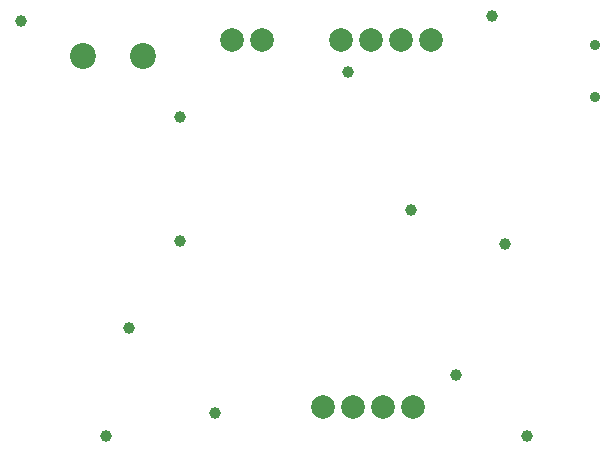
<source format=gbl>
G04*
G04 #@! TF.GenerationSoftware,Altium Limited,Altium Designer,22.9.1 (49)*
G04*
G04 Layer_Physical_Order=2*
G04 Layer_Color=16711680*
%FSLAX44Y44*%
%MOMM*%
G71*
G04*
G04 #@! TF.SameCoordinates,24B0C1BF-96A6-467D-9BB2-DF91BAA7A13C*
G04*
G04*
G04 #@! TF.FilePolarity,Positive*
G04*
G01*
G75*
%ADD69C,2.2000*%
%ADD70C,0.9000*%
%ADD71C,2.0000*%
%ADD72C,1.0000*%
D69*
X77470Y354330D02*
D03*
X128270D02*
D03*
D70*
X510490Y363630D02*
D03*
Y319630D02*
D03*
D71*
X280670Y57150D02*
D03*
X306070D02*
D03*
X331470D02*
D03*
X356870D02*
D03*
X228600Y368300D02*
D03*
X203200D02*
D03*
X372110D02*
D03*
X346710D02*
D03*
X321310D02*
D03*
X295910D02*
D03*
D72*
X354629Y224482D02*
D03*
X301289Y341322D02*
D03*
X392729Y84782D02*
D03*
X434340Y195580D02*
D03*
X423209Y388312D02*
D03*
X24429Y384502D02*
D03*
X159049Y303222D02*
D03*
Y197812D02*
D03*
X115869Y124152D02*
D03*
X96819Y32712D02*
D03*
X189230Y52070D02*
D03*
X453390Y33020D02*
D03*
M02*

</source>
